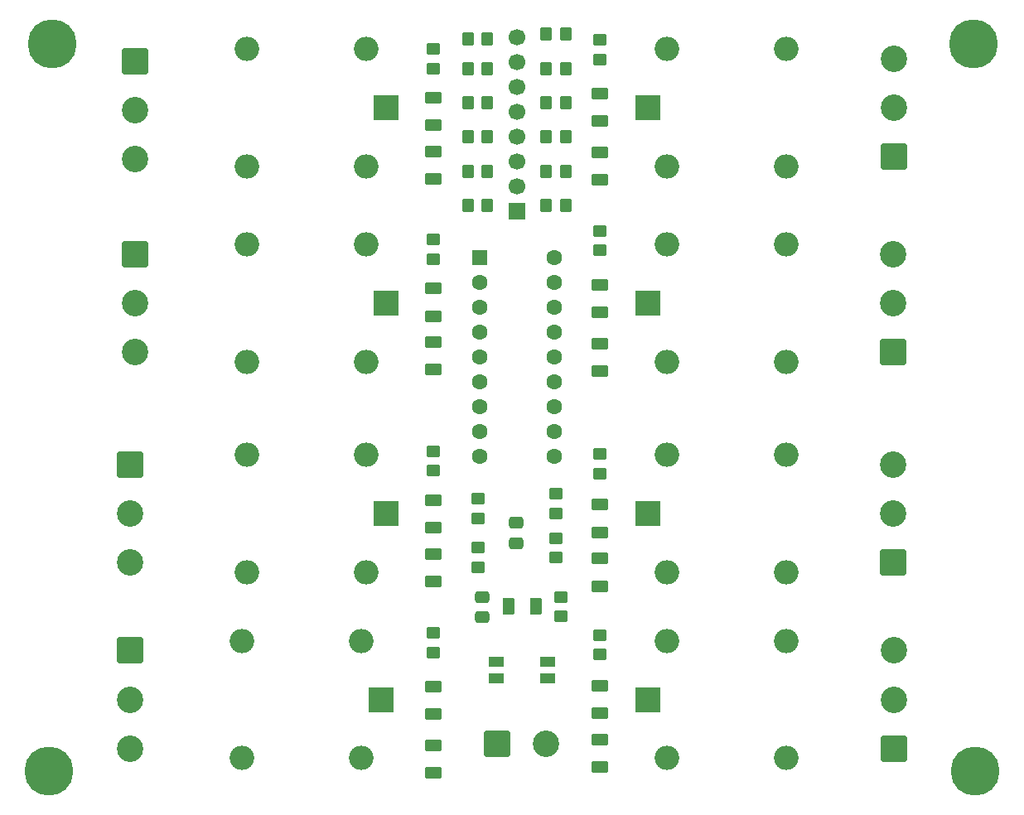
<source format=gbr>
%TF.GenerationSoftware,KiCad,Pcbnew,9.0.1*%
%TF.CreationDate,2025-07-11T18:37:37+05:30*%
%TF.ProjectId,relaymodule,72656c61-796d-46f6-9475-6c652e6b6963,rev?*%
%TF.SameCoordinates,Original*%
%TF.FileFunction,Soldermask,Top*%
%TF.FilePolarity,Negative*%
%FSLAX46Y46*%
G04 Gerber Fmt 4.6, Leading zero omitted, Abs format (unit mm)*
G04 Created by KiCad (PCBNEW 9.0.1) date 2025-07-11 18:37:37*
%MOMM*%
%LPD*%
G01*
G04 APERTURE LIST*
G04 Aperture macros list*
%AMRoundRect*
0 Rectangle with rounded corners*
0 $1 Rounding radius*
0 $2 $3 $4 $5 $6 $7 $8 $9 X,Y pos of 4 corners*
0 Add a 4 corners polygon primitive as box body*
4,1,4,$2,$3,$4,$5,$6,$7,$8,$9,$2,$3,0*
0 Add four circle primitives for the rounded corners*
1,1,$1+$1,$2,$3*
1,1,$1+$1,$4,$5*
1,1,$1+$1,$6,$7*
1,1,$1+$1,$8,$9*
0 Add four rect primitives between the rounded corners*
20,1,$1+$1,$2,$3,$4,$5,0*
20,1,$1+$1,$4,$5,$6,$7,0*
20,1,$1+$1,$6,$7,$8,$9,0*
20,1,$1+$1,$8,$9,$2,$3,0*%
G04 Aperture macros list end*
%ADD10C,0.800000*%
%ADD11C,5.000000*%
%ADD12RoundRect,0.250000X-0.625000X0.375000X-0.625000X-0.375000X0.625000X-0.375000X0.625000X0.375000X0*%
%ADD13RoundRect,0.250000X-0.350000X-0.450000X0.350000X-0.450000X0.350000X0.450000X-0.350000X0.450000X0*%
%ADD14RoundRect,0.250001X1.099999X-1.099999X1.099999X1.099999X-1.099999X1.099999X-1.099999X-1.099999X0*%
%ADD15C,2.700000*%
%ADD16R,2.500000X2.500000*%
%ADD17O,2.500000X2.500000*%
%ADD18RoundRect,0.250000X0.450000X-0.350000X0.450000X0.350000X-0.450000X0.350000X-0.450000X-0.350000X0*%
%ADD19RoundRect,0.250000X-0.450000X0.350000X-0.450000X-0.350000X0.450000X-0.350000X0.450000X0.350000X0*%
%ADD20RoundRect,0.250000X0.475000X-0.337500X0.475000X0.337500X-0.475000X0.337500X-0.475000X-0.337500X0*%
%ADD21RoundRect,0.250001X-1.099999X1.099999X-1.099999X-1.099999X1.099999X-1.099999X1.099999X1.099999X0*%
%ADD22RoundRect,0.250000X-0.550000X-0.550000X0.550000X-0.550000X0.550000X0.550000X-0.550000X0.550000X0*%
%ADD23C,1.600000*%
%ADD24RoundRect,0.250000X-0.375000X-0.625000X0.375000X-0.625000X0.375000X0.625000X-0.375000X0.625000X0*%
%ADD25RoundRect,0.250001X-1.099999X-1.099999X1.099999X-1.099999X1.099999X1.099999X-1.099999X1.099999X0*%
%ADD26R,1.700000X1.700000*%
%ADD27C,1.700000*%
%ADD28R,1.550000X1.000000*%
G04 APERTURE END LIST*
D10*
%TO.C,H4*%
X194135825Y-136705825D03*
X194685000Y-135380000D03*
X194685000Y-138031650D03*
X196010825Y-134830825D03*
D11*
X196010825Y-136705825D03*
D10*
X196010825Y-138580825D03*
X197336650Y-135380000D03*
X197336650Y-138031650D03*
X197885825Y-136705825D03*
%TD*%
D12*
%TO.C,D1*%
X140685000Y-67880000D03*
X140685000Y-70680000D03*
%TD*%
D13*
%TO.C,R24*%
X152185000Y-75380000D03*
X154185000Y-75380000D03*
%TD*%
D14*
%TO.C,J6*%
X187635000Y-93880000D03*
D15*
X187635000Y-88880000D03*
X187635000Y-83880000D03*
%TD*%
D16*
%TO.C,K8*%
X162557500Y-129380000D03*
D17*
X164557500Y-135380000D03*
X176757500Y-135380000D03*
X176757500Y-123380000D03*
X164557500Y-123380000D03*
%TD*%
D12*
%TO.C,D5*%
X140685000Y-108980000D03*
X140685000Y-111780000D03*
%TD*%
%TO.C,D6*%
X140685000Y-114480000D03*
X140685000Y-117280000D03*
%TD*%
%TO.C,D11*%
X157685000Y-86980000D03*
X157685000Y-89780000D03*
%TD*%
D18*
%TO.C,R12*%
X153185000Y-114880000D03*
X153185000Y-112880000D03*
%TD*%
D12*
%TO.C,D3*%
X140685000Y-87380000D03*
X140685000Y-90180000D03*
%TD*%
D14*
%TO.C,J7*%
X187635000Y-115380000D03*
D15*
X187635000Y-110380000D03*
X187635000Y-105380000D03*
%TD*%
D13*
%TO.C,R16*%
X144185000Y-68380000D03*
X146185000Y-68380000D03*
%TD*%
D12*
%TO.C,D7*%
X140685000Y-128080000D03*
X140685000Y-130880000D03*
%TD*%
D13*
%TO.C,R14*%
X144185000Y-61880000D03*
X146185000Y-61880000D03*
%TD*%
D10*
%TO.C,H3*%
X99484175Y-136705825D03*
X100033350Y-135380000D03*
X100033350Y-138031650D03*
X101359175Y-134830825D03*
D11*
X101359175Y-136705825D03*
D10*
X101359175Y-138580825D03*
X102685000Y-135380000D03*
X102685000Y-138031650D03*
X103234175Y-136705825D03*
%TD*%
D19*
%TO.C,R2*%
X140685000Y-82380000D03*
X140685000Y-84380000D03*
%TD*%
D10*
%TO.C,H2*%
X193935000Y-62380000D03*
X194484175Y-61054175D03*
X194484175Y-63705825D03*
X195810000Y-60505000D03*
D11*
X195810000Y-62380000D03*
D10*
X195810000Y-64255000D03*
X197135825Y-61054175D03*
X197135825Y-63705825D03*
X197685000Y-62380000D03*
%TD*%
D20*
%TO.C,C2*%
X149147500Y-113417500D03*
X149147500Y-111342500D03*
%TD*%
D21*
%TO.C,J3*%
X109685000Y-105380000D03*
D15*
X109685000Y-110380000D03*
X109685000Y-115380000D03*
%TD*%
D13*
%TO.C,R19*%
X144185000Y-78880000D03*
X146185000Y-78880000D03*
%TD*%
D19*
%TO.C,R8*%
X157685000Y-122780000D03*
X157685000Y-124780000D03*
%TD*%
D16*
%TO.C,K1*%
X135812500Y-68880000D03*
D17*
X133812500Y-62880000D03*
X121612500Y-62880000D03*
X121612500Y-74880000D03*
X133812500Y-74880000D03*
%TD*%
D12*
%TO.C,D14*%
X157685000Y-114980000D03*
X157685000Y-117780000D03*
%TD*%
%TO.C,D9*%
X157685000Y-67480000D03*
X157685000Y-70280000D03*
%TD*%
D13*
%TO.C,R20*%
X152185000Y-61380000D03*
X154185000Y-61380000D03*
%TD*%
D21*
%TO.C,J1*%
X110185000Y-64102500D03*
D15*
X110185000Y-69102500D03*
X110185000Y-74102500D03*
%TD*%
D22*
%TO.C,U1*%
X145380000Y-84220000D03*
D23*
X145380000Y-86760000D03*
X145380000Y-89300000D03*
X145380000Y-91840000D03*
X145380000Y-94380000D03*
X145380000Y-96920000D03*
X145380000Y-99460000D03*
X145380000Y-102000000D03*
X145380000Y-104540000D03*
X153000000Y-104540000D03*
X153000000Y-102000000D03*
X153000000Y-99460000D03*
X153000000Y-96920000D03*
X153000000Y-94380000D03*
X153000000Y-91840000D03*
X153000000Y-89300000D03*
X153000000Y-86760000D03*
X153000000Y-84220000D03*
%TD*%
D13*
%TO.C,R23*%
X152185000Y-71880000D03*
X154185000Y-71880000D03*
%TD*%
D24*
%TO.C,D17*%
X148385000Y-119880000D03*
X151185000Y-119880000D03*
%TD*%
D18*
%TO.C,R11*%
X145185000Y-110880000D03*
X145185000Y-108880000D03*
%TD*%
D13*
%TO.C,R17*%
X144185000Y-71880000D03*
X146185000Y-71880000D03*
%TD*%
D20*
%TO.C,C1*%
X145685000Y-120955000D03*
X145685000Y-118880000D03*
%TD*%
D13*
%TO.C,R15*%
X144185000Y-64880000D03*
X146185000Y-64880000D03*
%TD*%
D19*
%TO.C,R7*%
X157685000Y-104280000D03*
X157685000Y-106280000D03*
%TD*%
D14*
%TO.C,J8*%
X187685000Y-134380000D03*
D15*
X187685000Y-129380000D03*
X187685000Y-124380000D03*
%TD*%
D12*
%TO.C,D13*%
X157685000Y-109480000D03*
X157685000Y-112280000D03*
%TD*%
D16*
%TO.C,K6*%
X162557500Y-88880000D03*
D17*
X164557500Y-94880000D03*
X176757500Y-94880000D03*
X176757500Y-82880000D03*
X164557500Y-82880000D03*
%TD*%
D16*
%TO.C,K7*%
X162557500Y-110380000D03*
D17*
X164557500Y-116380000D03*
X176757500Y-116380000D03*
X176757500Y-104380000D03*
X164557500Y-104380000D03*
%TD*%
D12*
%TO.C,D4*%
X140685000Y-92880000D03*
X140685000Y-95680000D03*
%TD*%
D18*
%TO.C,R13*%
X145185000Y-115880000D03*
X145185000Y-113880000D03*
%TD*%
D19*
%TO.C,R5*%
X157685000Y-61980000D03*
X157685000Y-63980000D03*
%TD*%
D10*
%TO.C,H1*%
X99810000Y-62380000D03*
X100359175Y-61054175D03*
X100359175Y-63705825D03*
X101685000Y-60505000D03*
D11*
X101685000Y-62380000D03*
D10*
X101685000Y-64255000D03*
X103010825Y-61054175D03*
X103010825Y-63705825D03*
X103560000Y-62380000D03*
%TD*%
D12*
%TO.C,D2*%
X140685000Y-73380000D03*
X140685000Y-76180000D03*
%TD*%
%TO.C,D10*%
X157685000Y-73480000D03*
X157685000Y-76280000D03*
%TD*%
D21*
%TO.C,J2*%
X110185000Y-83880000D03*
D15*
X110185000Y-88880000D03*
X110185000Y-93880000D03*
%TD*%
D16*
%TO.C,K5*%
X162557500Y-68880000D03*
D17*
X164557500Y-74880000D03*
X176757500Y-74880000D03*
X176757500Y-62880000D03*
X164557500Y-62880000D03*
%TD*%
D12*
%TO.C,D12*%
X157685000Y-92980000D03*
X157685000Y-95780000D03*
%TD*%
D13*
%TO.C,R22*%
X152185000Y-68380000D03*
X154185000Y-68380000D03*
%TD*%
D19*
%TO.C,R3*%
X140685000Y-103980000D03*
X140685000Y-105980000D03*
%TD*%
D13*
%TO.C,R21*%
X152185000Y-64880000D03*
X154185000Y-64880000D03*
%TD*%
D14*
%TO.C,J5*%
X187685000Y-73880000D03*
D15*
X187685000Y-68880000D03*
X187685000Y-63880000D03*
%TD*%
D25*
%TO.C,J9*%
X147185000Y-133880000D03*
D15*
X152185000Y-133880000D03*
%TD*%
D18*
%TO.C,R10*%
X153185000Y-110380000D03*
X153185000Y-108380000D03*
%TD*%
D13*
%TO.C,R18*%
X144185000Y-75380000D03*
X146185000Y-75380000D03*
%TD*%
D16*
%TO.C,K3*%
X135812500Y-110380000D03*
D17*
X133812500Y-104380000D03*
X121612500Y-104380000D03*
X121612500Y-116380000D03*
X133812500Y-116380000D03*
%TD*%
D19*
%TO.C,R1*%
X140685000Y-62880000D03*
X140685000Y-64880000D03*
%TD*%
D12*
%TO.C,D16*%
X157685000Y-133480000D03*
X157685000Y-136280000D03*
%TD*%
D18*
%TO.C,R9*%
X153685000Y-120880000D03*
X153685000Y-118880000D03*
%TD*%
D21*
%TO.C,J4*%
X109685000Y-124380000D03*
D15*
X109685000Y-129380000D03*
X109685000Y-134380000D03*
%TD*%
D16*
%TO.C,K4*%
X135312500Y-129380000D03*
D17*
X133312500Y-123380000D03*
X121112500Y-123380000D03*
X121112500Y-135380000D03*
X133312500Y-135380000D03*
%TD*%
D12*
%TO.C,D15*%
X157685000Y-127980000D03*
X157685000Y-130780000D03*
%TD*%
D13*
%TO.C,R25*%
X152185000Y-78880000D03*
X154185000Y-78880000D03*
%TD*%
D12*
%TO.C,D8*%
X140685000Y-134080000D03*
X140685000Y-136880000D03*
%TD*%
D26*
%TO.C,J10*%
X149185000Y-79500000D03*
D27*
X149185000Y-76960000D03*
X149185000Y-74420000D03*
X149185000Y-71880000D03*
X149185000Y-69340000D03*
X149185000Y-66800000D03*
X149185000Y-64260000D03*
X149185000Y-61720000D03*
%TD*%
D28*
%TO.C,SW1*%
X147060000Y-125530000D03*
X152310000Y-125530000D03*
X147060000Y-127230000D03*
X152310000Y-127230000D03*
%TD*%
D19*
%TO.C,R6*%
X157685000Y-81480000D03*
X157685000Y-83480000D03*
%TD*%
%TO.C,R4*%
X140685000Y-122580000D03*
X140685000Y-124580000D03*
%TD*%
D16*
%TO.C,K2*%
X135812500Y-88880000D03*
D17*
X133812500Y-82880000D03*
X121612500Y-82880000D03*
X121612500Y-94880000D03*
X133812500Y-94880000D03*
%TD*%
M02*

</source>
